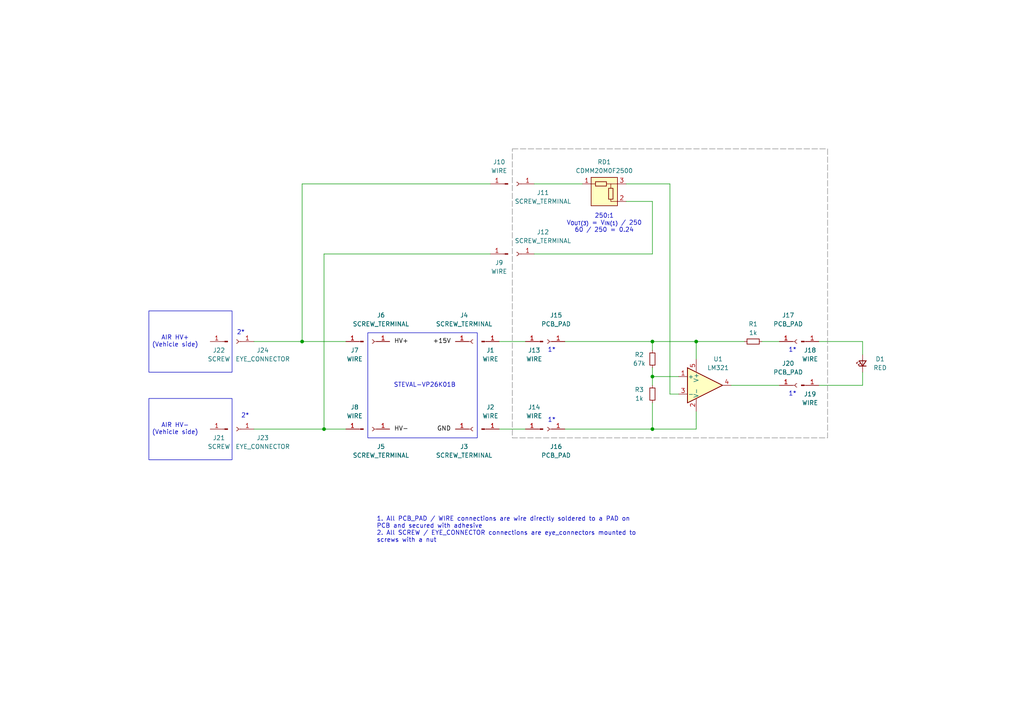
<source format=kicad_sch>
(kicad_sch (version 20231120) (generator "eeschema") (generator_version "8.0")
  (paper "A4")
  (lib_symbols
    (symbol "Amplifier_Operational:LM321" (pin_names (offset 0.127))
      (property "Reference" "U" (at 0 7.62 0))
      (property "Value" "LM321" (at 0 5.08 0))
      (symbol "LM321_0_1"
        (polyline (pts (xy -5.08 5.08) (xy 5.08 0) (xy -5.08 -5.08) (xy -5.08 5.08)) (stroke (width 0.254)) (fill (type background)))
      )
      (symbol "LM321_1_1"
        (pin input line (at -7.62 2.54 0) (length 2.54) (name "+") (number "1"))
        (pin power_in line (at -2.54 -7.62 90) (length 3.81) (name "V-") (number "2"))
        (pin input line (at -7.62 -2.54 0) (length 2.54) (name "-") (number "3"))
        (pin output line (at 7.62 0 180) (length 2.54) (name "~") (number "4"))
        (pin power_in line (at -2.54 7.62 270) (length 3.81) (name "V+") (number "5"))
      )
    )
    (symbol "CDMM:CDMM2M50D4000DET" (pin_names (offset 0))
      (property "Reference" "RD" (at 0 5.715 0))
      (symbol "CDMM2M50D4000DET_0_1"
        (rectangle (start -2.54 3.175) (end 0.635 1.905) (stroke (width 0.2032)))
        (polyline (pts (xy 1.905 -2.54) (xy 3.81 -2.54)))
        (polyline (pts (xy 1.905 2.54) (xy 3.81 2.54)))
        (polyline (pts (xy 0.635 2.54) (xy 1.905 2.54) (xy 1.905 1.27)))
        (rectangle (start 1.27 1.27) (end 2.54 -1.905) (stroke (width 0.2032)))
      )
      (symbol "CDMM2M50D4000DET_1_1"
        (rectangle (start -3.81 4.445) (end 3.81 -3.81) (stroke (width 0.2032)) (fill (type background)))
        (polyline (pts (xy -2.54 2.54) (xy -3.81 2.54)))
        (polyline (pts (xy 1.905 -1.905) (xy 1.905 -2.54)))
        (pin power_in line (at -6.35 2.54 0) (length 2.54) (name "~") (number "1"))
        (pin power_out line (at 6.35 -2.54 180) (length 2.54) (name "~") (number "2"))
        (pin output line (at 6.35 2.54 180) (length 2.54) (name "~") (number "3"))
      )
    )
    (symbol "Connector:Conn_01x01_Pin" (pin_names (offset 1.016) hide)
      (property "Reference" "J" (at 0 2.54 0))
      (property "Value" "Conn_01x01_Pin" (at 0 -2.54 0))
      (symbol "Conn_01x01_Pin_1_1"
        (polyline (pts (xy 1.27 0) (xy 0.8636 0)) (stroke (width 0.1524)))
        (rectangle (start 0.8636 0.127) (end 0 -0.127) (stroke (width 0.1524)) (fill (type outline)))
        (pin passive line (at 5.08 0 180) (length 3.81) (name "Pin_1") (number "1"))
      )
    )
    (symbol "Connector:Conn_01x01_Socket" (pin_names (offset 1.016) hide)
      (property "Reference" "J" (at 0 2.54 0))
      (property "Value" "Conn_01x01_Socket" (at 0 -2.54 0))
      (symbol "Conn_01x01_Socket_1_1"
        (polyline (pts (xy -1.27 0) (xy -0.508 0)) (stroke (width 0.1524)))
        (arc (start 0 0.508) (mid -0.5058 0) (end 0 -0.508) (stroke (width 0.1524)))
        (pin passive line (at -5.08 0 0) (length 3.81) (name "Pin_1") (number "1"))
      )
    )
    (symbol "Device:LED_Small" (pin_numbers hide) (pin_names (offset 0.254) hide)
      (property "Reference" "D" (at -1.27 3.175 0))
      (property "Value" "LED_Small" (at -4.445 -2.54 0))
      (symbol "LED_Small_0_1"
        (polyline (pts (xy -0.762 -1.016) (xy -0.762 1.016)) (stroke (width 0.254)))
        (polyline (pts (xy 1.016 0) (xy -0.762 0)))
        (polyline (pts (xy 0.762 -1.016) (xy -0.762 0) (xy 0.762 1.016) (xy 0.762 -1.016)) (stroke (width 0.254)))
        (polyline (pts (xy 0 0.762) (xy -0.508 1.27) (xy -0.254 1.27) (xy -0.508 1.27) (xy -0.508 1.016)))
        (polyline (pts (xy 0.508 1.27) (xy 0 1.778) (xy 0.254 1.778) (xy 0 1.778) (xy 0 1.524)))
      )
      (symbol "LED_Small_1_1"
        (pin passive line (at -2.54 0 0) (length 1.778) (name "K") (number "1"))
        (pin passive line (at 2.54 0 180) (length 1.778) (name "A") (number "2"))
      )
    )
    (symbol "Device:R_Small" (pin_numbers hide) (pin_names (offset 0.254) hide)
      (property "Reference" "R" (at 0.762 0.508 0))
      (property "Value" "R_Small" (at 0.762 -1.016 0))
      (symbol "R_Small_0_1"
        (rectangle (start -0.762 1.778) (end 0.762 -1.778) (stroke (width 0.2032)))
      )
      (symbol "R_Small_1_1"
        (pin passive line (at 0 2.54 270) (length 0.762) (name "~") (number "1"))
        (pin passive line (at 0 -2.54 90) (length 0.762) (name "~") (number "2"))
      )
    )
  )
  (junction (at 93.98 124.46))
  (junction (at 189.23 109.22))
  (junction (at 189.23 99.06))
  (junction (at 201.93 99.06))
  (junction (at 189.23 124.46))
  (junction (at 87.63 99.06))
  (wire (pts (xy 87.63 53.34) (xy 87.63 99.06)))
  (wire (pts (xy 237.49 111.76) (xy 250.19 111.76)))
  (wire (pts (xy 212.09 111.76) (xy 226.06 111.76)))
  (wire (pts (xy 189.23 109.22) (xy 189.23 111.76)))
  (wire (pts (xy 189.23 109.22) (xy 196.85 109.22)))
  (wire (pts (xy 163.83 124.46) (xy 189.23 124.46)))
  (wire (pts (xy 144.78 124.46) (xy 152.4 124.46)))
  (wire (pts (xy 181.61 53.34) (xy 194.31 53.34)))
  (wire (pts (xy 201.93 99.06) (xy 215.9 99.06)))
  (wire (pts (xy 201.93 119.38) (xy 201.93 124.46)))
  (wire (pts (xy 87.63 99.06) (xy 100.33 99.06)))
  (wire (pts (xy 168.91 53.34) (xy 154.94 53.34)))
  (wire (pts (xy 189.23 58.42) (xy 189.23 73.66)))
  (wire (pts (xy 189.23 99.06) (xy 201.93 99.06)))
  (wire (pts (xy 144.78 99.06) (xy 152.4 99.06)))
  (wire (pts (xy 250.19 99.06) (xy 250.19 102.87)))
  (wire (pts (xy 189.23 99.06) (xy 189.23 101.6)))
  (wire (pts (xy 93.98 124.46) (xy 100.33 124.46)))
  (wire (pts (xy 142.24 73.66) (xy 93.98 73.66)))
  (wire (pts (xy 73.66 99.06) (xy 87.63 99.06)))
  (wire (pts (xy 250.19 111.76) (xy 250.19 107.95)))
  (wire (pts (xy 189.23 116.84) (xy 189.23 124.46)))
  (wire (pts (xy 163.83 99.06) (xy 189.23 99.06)))
  (wire (pts (xy 194.31 53.34) (xy 194.31 114.3)))
  (wire (pts (xy 189.23 106.68) (xy 189.23 109.22)))
  (wire (pts (xy 93.98 73.66) (xy 93.98 124.46)))
  (wire (pts (xy 220.98 99.06) (xy 226.06 99.06)))
  (wire (pts (xy 201.93 99.06) (xy 201.93 104.14)))
  (wire (pts (xy 201.93 124.46) (xy 189.23 124.46)))
  (wire (pts (xy 181.61 58.42) (xy 189.23 58.42)))
  (wire (pts (xy 142.24 53.34) (xy 87.63 53.34)))
  (wire (pts (xy 154.94 73.66) (xy 189.23 73.66)))
  (wire (pts (xy 237.49 99.06) (xy 250.19 99.06)))
  (wire (pts (xy 194.31 114.3) (xy 196.85 114.3)))
  (wire (pts (xy 73.66 124.46) (xy 93.98 124.46)))
  (rectangle (start 43.18 115.57) (end 67.31 133.35))
  (rectangle (start 106.68 96.52) (end 138.43 127))
  (rectangle (start 148.59 43.18) (end 240.03 127) (stroke (width 0) (type dash) (color 132 132 132 1)))
  (rectangle (start 43.18 90.17) (end 67.31 107.95))
  (text "AIR HV+\n(Vehicle side)" (at 50.8 99.06 0) (effects (font (size 1.27 1.27))))
  (text "+15V" (at 130.81 99.06 0) (effects (font (size 1.27 1.27)) (justify right)))
  (text "1*" (at 229.87 114.3 0) (effects (font (size 1.27 1.27))))
  (text "2*" (at 71.12 120.65 0) (effects (font (size 1.27 1.27))))
  (text "STEVAL-VP26K01B" (at 123.19 111.76 0) (effects (font (size 1.27 1.27))))
  (text "AIR HV-\n(Vehicle side)" (at 50.8 124.46 0) (effects (font (size 1.27 1.27))))
  (text "1. All PCB_PAD / WIRE connections are wire directly soldered to a PAD on \nPCB and secured with adhesive\n2. All SCREW / EYE_CONNECTOR connections are eye_connectors mounted to\nscrews with a nut" (at 109.22 153.67 0) (effects (font (size 1.27 1.27)) (justify left)))
  (text "HV+" (at 114.3 99.06 0) (effects (font (size 1.27 1.27)) (justify left)))
  (text "1*" (at 160.02 101.6 0) (effects (font (size 1.27 1.27))))
  (text "2*" (at 69.85 96.52 0) (effects (font (size 1.27 1.27))))
  (text "GND" (at 130.81 124.46 0) (effects (font (size 1.27 1.27)) (justify right)))
  (text "HV-" (at 114.3 124.46 0) (effects (font (size 1.27 1.27)) (justify left)))
  (text "1*" (at 160.02 121.92 0) (effects (font (size 1.27 1.27))))
  (text "250:1\nV_{OUT(3)} = V_{IN(1)} / 250\n60 / 250 = 0.24" (at 175.26 64.77 0) (effects (font (size 1.27 1.27))))
  (text "1*" (at 229.87 101.6 0) (effects (font (size 1.27 1.27))))
  (symbol (lib_id "Connector:Conn_01x01_Pin") (at 147.32 73.66 0) (mirror y) (unit 1)
    (property "Reference" "J9" (at 144.78 76.2 0))
    (property "Value" "WIRE" (at 144.78 78.74 0))
    (property "Description" "Generic connector, single row, 01x01, script generated" (effects (hide yes)))
  )
  (symbol (lib_id "Amplifier_Operational:LM321") (at 204.47 111.76 0) (unit 1)
    (property "Reference" "U1" (at 208.28 104.14 0))
    (property "Value" "LM321" (at 208.28 106.68 0))
    (property "Footprint" "Package_TO_SOT_SMD:SOT-23-5" (effects (hide yes)))
    (property "Datasheet" "http://www.ti.com/lit/ds/symlink/lm321.pdf" (effects (hide yes)))
    (property "Description" "Low Power Single Operational Amplifier, SOT-23-5" (effects (hide yes)))
  )
  (symbol (lib_id "Connector:Conn_01x01_Pin") (at 139.7 99.06 0) (unit 1)
    (property "Reference" "J1" (at 142.24 101.6 0))
    (property "Value" "WIRE" (at 142.24 104.14 0))
    (property "Description" "Generic connector, single row, 01x01, script generated" (effects (hide yes)))
  )
  (symbol (lib_id "Connector:Conn_01x01_Socket") (at 231.14 99.06 0) (unit 1)
    (property "Reference" "J17" (at 228.6 91.44 0))
    (property "Value" "PCB_PAD" (at 228.6 93.98 0))
    (property "Description" "Generic connector, single row, 01x01, script generated" (effects (hide yes)))
  )
  (symbol (lib_id "Device:R_Small") (at 189.23 104.14 0) (unit 1)
    (property "Reference" "R2" (at 185.42 102.87 0))
    (property "Value" "67k" (at 185.42 105.41 0))
    (property "Description" "Resistor, small symbol" (effects (hide yes)))
  )
  (symbol (lib_id "Connector:Conn_01x01_Socket") (at 231.14 111.76 0) (unit 1)
    (property "Reference" "J20" (at 228.6 105.41 0))
    (property "Value" "PCB_PAD" (at 228.6 107.95 0))
    (property "Description" "Generic connector, single row, 01x01, script generated" (effects (hide yes)))
  )
  (symbol (lib_id "Connector:Conn_01x01_Pin") (at 147.32 53.34 0) (mirror y) (unit 1)
    (property "Reference" "J10" (at 144.78 46.99 0))
    (property "Value" "WIRE" (at 144.78 49.53 0))
    (property "Description" "Generic connector, single row, 01x01, script generated" (effects (hide yes)))
  )
  (symbol (lib_id "Connector:Conn_01x01_Pin") (at 105.41 99.06 0) (mirror y) (unit 1)
    (property "Reference" "J7" (at 102.87 101.6 0))
    (property "Value" "WIRE" (at 102.87 104.14 0))
    (property "Description" "Generic connector, single row, 01x01, script generated" (effects (hide yes)))
  )
  (symbol (lib_id "Connector:Conn_01x01_Socket") (at 137.16 99.06 0) (unit 1)
    (property "Reference" "J4" (at 134.62 91.44 0))
    (property "Value" "SCREW_TERMINAL" (at 134.62 93.98 0))
    (property "Description" "Generic connector, single row, 01x01, script generated" (effects (hide yes)))
  )
  (symbol (lib_id "Connector:Conn_01x01_Socket") (at 149.86 53.34 0) (mirror y) (unit 1)
    (property "Reference" "J11" (at 157.48 55.88 0))
    (property "Value" "SCREW_TERMINAL" (at 157.48 58.42 0))
    (property "Description" "Generic connector, single row, 01x01, script generated" (effects (hide yes)))
  )
  (symbol (lib_id "Connector:Conn_01x01_Socket") (at 107.95 99.06 0) (mirror y) (unit 1)
    (property "Reference" "J6" (at 110.49 91.44 0))
    (property "Value" "SCREW_TERMINAL" (at 110.49 93.98 0))
    (property "Description" "Generic connector, single row, 01x01, script generated" (effects (hide yes)))
  )
  (symbol (lib_id "Connector:Conn_01x01_Pin") (at 157.48 124.46 0) (mirror y) (unit 1)
    (property "Reference" "J14" (at 154.94 118.11 0))
    (property "Value" "WIRE" (at 154.94 120.65 0))
    (property "Description" "Generic connector, single row, 01x01, script generated" (effects (hide yes)))
  )
  (symbol (lib_id "Connector:Conn_01x01_Pin") (at 157.48 99.06 0) (mirror y) (unit 1)
    (property "Reference" "J13" (at 154.94 101.6 0))
    (property "Value" "WIRE" (at 154.94 104.14 0))
    (property "Description" "Generic connector, single row, 01x01, script generated" (effects (hide yes)))
  )
  (symbol (lib_id "Device:R_Small") (at 218.44 99.06 90) (unit 1)
    (property "Reference" "R1" (at 218.44 93.98 90))
    (property "Value" "1k" (at 218.44 96.52 90))
    (property "Description" "Resistor, small symbol" (effects (hide yes)))
  )
  (symbol (lib_id "Connector:Conn_01x01_Socket") (at 149.86 73.66 0) (mirror y) (unit 1)
    (property "Reference" "J12" (at 157.48 67.31 0))
    (property "Value" "SCREW_TERMINAL" (at 157.48 69.85 0))
    (property "Description" "Generic connector, single row, 01x01, script generated" (effects (hide yes)))
  )
  (symbol (lib_id "Connector:Conn_01x01_Socket") (at 158.75 124.46 0) (mirror y) (unit 1)
    (property "Reference" "J16" (at 161.29 129.54 0))
    (property "Value" "PCB_PAD" (at 161.29 132.08 0))
    (property "Description" "Generic connector, single row, 01x01, script generated" (effects (hide yes)))
  )
  (symbol (lib_id "Connector:Conn_01x01_Socket") (at 158.75 99.06 0) (mirror y) (unit 1)
    (property "Reference" "J15" (at 161.29 91.44 0))
    (property "Value" "PCB_PAD" (at 161.29 93.98 0))
    (property "Description" "Generic connector, single row, 01x01, script generated" (effects (hide yes)))
  )
  (symbol (lib_id "Device:R_Small") (at 189.23 114.3 0) (unit 1)
    (property "Reference" "R3" (at 185.42 113.03 0))
    (property "Value" "1k" (at 185.42 115.57 0))
    (property "Description" "Resistor, small symbol" (effects (hide yes)))
  )
  (symbol (lib_id "Connector:Conn_01x01_Pin") (at 66.04 99.06 0) (mirror y) (unit 1)
    (property "Reference" "J22" (at 63.5 101.6 0))
    (property "Value" "SCREW" (at 63.5 104.14 0))
    (property "Description" "Generic connector, single row, 01x01, script generated" (effects (hide yes)))
  )
  (symbol (lib_id "CDMM:CDMM2M50D4000DET") (at 175.26 55.88 0) (unit 1)
    (property "Reference" "RD1" (at 175.26 46.99 0))
    (property "Value" "CDMM20M0F2500" (at 175.26 49.53 0))
    (property "Footprint" "CDMM:CDMM" (effects (hide yes)))
    (property "Datasheet" "https://www.vishay.com/docs/68041/cdmm.pdf" (effects (hide yes)))
    (property "Mouser Url" "https://www.mouser.pl/ProductDetail/Vishay-Techno/CDMM20M0F2500DET?qs=pUKx8fyJudDtrYAwlAh%252BkQ%3D%3D" (effects (hide yes)))
    (property "Manufacturer_Part_Number" "CDMM20M0F2500DET" (effects (hide yes)))
    (property "Mouser Part Number" "71-CDMM20M0F2500DET" (effects (hide yes)))
    (property "Mouser Price/Stock" "https://www.mouser.pl/ProductDetail/Vishay-Techno/CDMM20M0F2500DET?qs=pUKx8fyJudDtrYAwlAh%252BkQ%3D%3D" (effects (hide yes)))
  )
  (symbol (lib_id "Connector:Conn_01x01_Socket") (at 68.58 124.46 0) (mirror y) (unit 1)
    (property "Reference" "J23" (at 76.2 127 0))
    (property "Value" "EYE_CONNECTOR" (at 76.2 129.54 0))
    (property "Description" "Generic connector, single row, 01x01, script generated" (effects (hide yes)))
  )
  (symbol (lib_id "Connector:Conn_01x01_Pin") (at 139.7 124.46 0) (unit 1)
    (property "Reference" "J2" (at 142.24 118.11 0))
    (property "Value" "WIRE" (at 142.24 120.65 0))
    (property "Description" "Generic connector, single row, 01x01, script generated" (effects (hide yes)))
  )
  (symbol (lib_id "Connector:Conn_01x01_Socket") (at 107.95 124.46 0) (mirror y) (unit 1)
    (property "Reference" "J5" (at 110.49 129.54 0))
    (property "Value" "SCREW_TERMINAL" (at 110.49 132.08 0))
    (property "Description" "Generic connector, single row, 01x01, script generated" (effects (hide yes)))
  )
  (symbol (lib_id "Connector:Conn_01x01_Socket") (at 137.16 124.46 0) (unit 1)
    (property "Reference" "J3" (at 134.62 129.54 0))
    (property "Value" "SCREW_TERMINAL" (at 134.62 132.08 0))
    (property "Description" "Generic connector, single row, 01x01, script generated" (effects (hide yes)))
  )
  (symbol (lib_id "Device:LED_Small") (at 250.19 105.41 90) (unit 1)
    (property "Reference" "D1" (at 255.27 104.14 90))
    (property "Value" "RED" (at 255.27 106.68 90))
    (property "Description" "Light emitting diode, small symbol" (effects (hide yes)))
  )
  (symbol (lib_id "Connector:Conn_01x01_Pin") (at 105.41 124.46 0) (mirror y) (unit 1)
    (property "Reference" "J8" (at 102.87 118.11 0))
    (property "Value" "WIRE" (at 102.87 120.65 0))
    (property "Description" "Generic connector, single row, 01x01, script generated" (effects (hide yes)))
  )
  (symbol (lib_id "Connector:Conn_01x01_Pin") (at 232.41 99.06 0) (unit 1)
    (property "Reference" "J18" (at 234.95 101.6 0))
    (property "Value" "WIRE" (at 234.95 104.14 0))
    (property "Description" "Generic connector, single row, 01x01, script generated" (effects (hide yes)))
  )
  (symbol (lib_id "Connector:Conn_01x01_Pin") (at 66.04 124.46 0) (mirror y) (unit 1)
    (property "Reference" "J21" (at 63.5 127 0))
    (property "Value" "SCREW" (at 63.5 129.54 0))
    (property "Description" "Generic connector, single row, 01x01, script generated" (effects (hide yes)))
  )
  (symbol (lib_id "Connector:Conn_01x01_Pin") (at 232.41 111.76 0) (unit 1)
    (property "Reference" "J19" (at 234.95 114.3 0))
    (property "Value" "WIRE" (at 234.95 116.84 0))
    (property "Description" "Generic connector, single row, 01x01, script generated" (effects (hide yes)))
  )
  (symbol (lib_id "Connector:Conn_01x01_Socket") (at 68.58 99.06 0) (mirror y) (unit 1)
    (property "Reference" "J24" (at 76.2 101.6 0))
    (property "Value" "EYE_CONNECTOR" (at 76.2 104.14 0))
    (property "Description" "Generic connector, single row, 01x01, script generated" (effects (hide yes)))
  )
)
</source>
